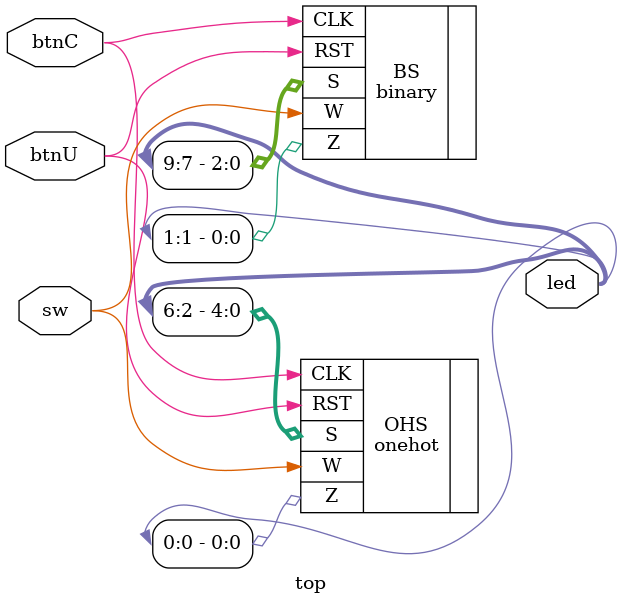
<source format=v>
module top(
    input sw, // w
    output [9:0] led, // see IO table
    input btnC, // clk
    input btnU // reset
);

onehot OHS
(
    .W(sw),
    .CLK(btnC),
    .RST(btnU),
    .Z(led[0]),
    .S(led[6:2])
);

binary BS
(
    .W(sw),
    .CLK(btnC),
    .RST(btnU),
    .Z(led[1]),
    .S(led[9:7])
);

endmodule
</source>
